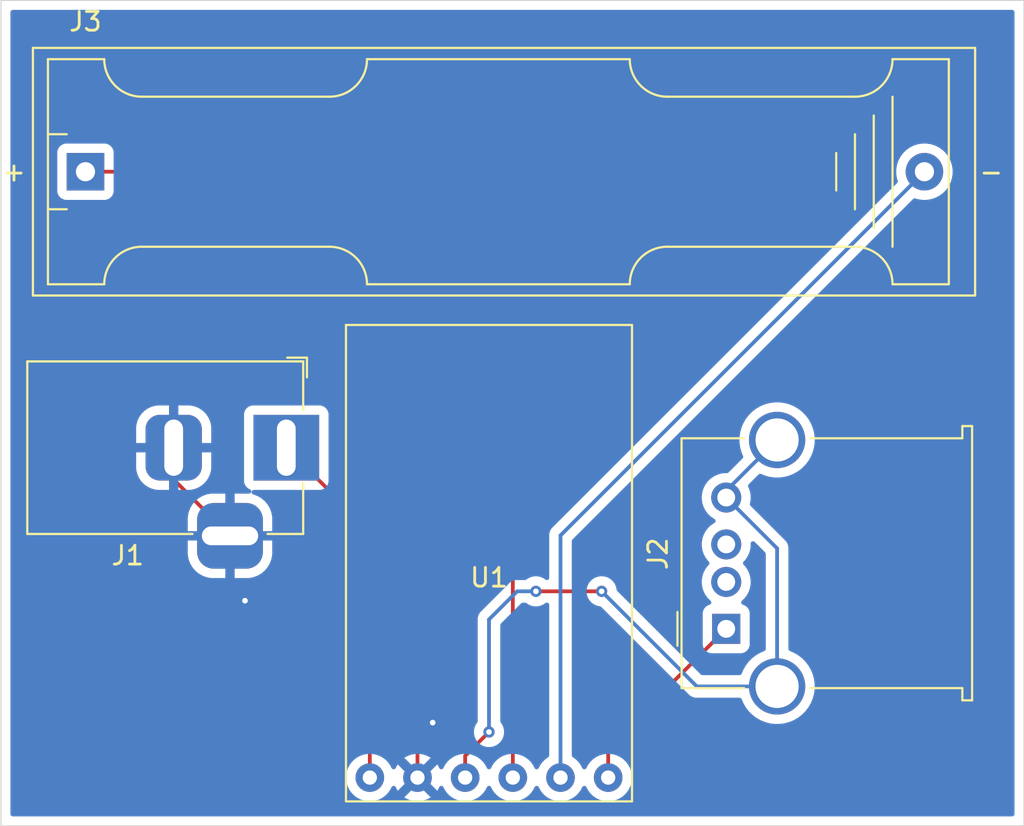
<source format=kicad_pcb>
(kicad_pcb (version 20241229) (generator "pcbnew") (generator_version "9.0")
  (layers (0 "F.Cu" signal) (2 "B.Cu" signal) (13 "F.Paste" user) (15 "B.Paste" user) (5 "F.SilkS" user "F.Silkscreen") (7 "B.SilkS" user "B.Silkscreen") (1 "F.Mask" user) (3 "B.Mask" user) (25 "Edge.Cuts" user))
  (net 0 "")
  (net 1 "GND")
  (net 2 "VDC")
  (net 3 "Net-(J2-GND)")
  (net 6 "Net-(J2-VBUS)")
  (net 7 "Net-(J3-Pin_2)")
  (net 8 "Net-(J3-Pin_1)")
  (footprint "MH-CD42 Taller:MH-CD42" (layer "F.Cu") (at 145 68)
    (property "Reference" "U1")
    (property "Value" "mh-cd42")
  )
  (footprint "Connector_BarrelJack:BarrelJack_Horizontal" (layer "F.Cu") (at 134.2 61.8425)
    (property "Reference" "J1")
    (property "Value" "Barrel_Jack_Switch")
  )
  (footprint "Connector_USB:USB_A_Molex_67643_Horizontal" (layer "F.Cu") (at 157.64 71.5 90)
    (property "Reference" "J2")
    (property "Value" "USB_A")
  )
  (footprint "Symbol:Symbol_Danger_8x8mm_Copper" (layer "F.Cu") (at 127.5 75)
    (property "Reference" "REF**" (hide yes))
    (property "Value" "Symbol_Danger_8x8mm_Copper" (hide yes))
  )
  (footprint "Battery:BatteryHolder_Keystone_2466_1xAAA" (layer "F.Cu") (at 123.5 47.13)
    (property "Reference" "J3")
    (property "Value" "Conn_01x02")
  )
  (gr_rect (start 119 38) (end 173.5 82) (stroke (width 0.05)) (fill no) (layer "Edge.Cuts"))
  (segment (start 128.2 61.8425) (end 128.2 63.5425) (width 0.2) (layer "F.Cu") (net 1))
  (segment (start 131.2 66.5425) (end 131.2 69.2) (width 0.2) (layer "F.Cu") (net 1))
  (segment (start 141.19 77.31) (end 142 76.5) (width 0.2) (layer "F.Cu") (net 1))
  (segment (start 141.19 79.43) (end 141.19 77.31) (width 0.2) (layer "F.Cu") (net 1))
  (segment (start 128.2 63.5425) (end 131.2 66.5425) (width 0.2) (layer "F.Cu") (net 1))
  (segment (start 131.2 69.2) (end 132 70) (width 0.2) (layer "F.Cu") (net 1))
  (via (at 132 70) (size 0.6) (drill 0.3) (layers "F.Cu" "B.Cu") (net 1))
  (via (at 142 76.5) (size 0.6) (drill 0.3) (layers "F.Cu" "B.Cu") (net 1))
  (segment (start 131.2 64.8425) (end 131.2 66.5425) (width 0.2) (layer "B.Cu") (net 1))
  (segment (start 132 70) (end 133 70) (width 0.2) (layer "B.Cu") (net 1))
  (segment (start 138.65 79.43) (end 138.65 66.2925) (width 0.2) (layer "F.Cu") (net 2))
  (segment (start 138.65 66.2925) (end 134.2 61.8425) (width 0.2) (layer "F.Cu") (net 2))
  (segment (start 147.5 69.5) (end 151 69.5) (width 0.2) (layer "F.Cu") (net 3))
  (segment (start 143.73 79.43) (end 143.73 78.27) (width 0.2) (layer "F.Cu") (net 3))
  (segment (start 143.73 78.27) (end 145 77) (width 0.2) (layer "F.Cu") (net 3))
  (via (at 147.5 69.5) (size 0.6) (drill 0.3) (layers "F.Cu" "B.Cu") (net 3))
  (via (at 151 69.5) (size 0.6) (drill 0.3) (layers "F.Cu" "B.Cu") (net 3))
  (via (at 145 77) (size 0.6) (drill 0.3) (layers "F.Cu" "B.Cu") (net 3))
  (segment (start 156.07 74.57) (end 160.35 74.57) (width 0.2) (layer "B.Cu") (net 3))
  (segment (start 151 69.5) (end 156.07 74.57) (width 0.2) (layer "B.Cu") (net 3))
  (segment (start 160.35 61.79) (end 160.35 61.43) (width 0.2) (layer "B.Cu") (net 3))
  (segment (start 145 77) (end 145 71) (width 0.2) (layer "B.Cu") (net 3))
  (segment (start 157.64 64.5) (end 160.35 67.21) (width 0.2) (layer "B.Cu") (net 3))
  (segment (start 160.43 74.57) (end 161 74) (width 0.2) (layer "B.Cu") (net 3))
  (segment (start 160.35 61.43) (end 157.64 64.14) (width 0.2) (layer "B.Cu") (net 3))
  (segment (start 157.64 64.14) (end 157.64 64.5) (width 0.2) (layer "B.Cu") (net 3))
  (segment (start 146.5 69.5) (end 147.5 69.5) (width 0.2) (layer "B.Cu") (net 3))
  (segment (start 145 71) (end 146.5 69.5) (width 0.2) (layer "B.Cu") (net 3))
  (segment (start 160.35 74.57) (end 160.43 74.57) (width 0.2) (layer "B.Cu") (net 3))
  (segment (start 160.35 67.21) (end 160.35 74.57) (width 0.2) (layer "B.Cu") (net 3))
  (segment (start 151.35 79.43) (end 151.35 77.79) (width 0.2) (layer "F.Cu") (net 6))
  (segment (start 151.35 77.79) (end 157.64 71.5) (width 0.2) (layer "F.Cu") (net 6))
  (segment (start 148.81 79.43) (end 148.81 66.52) (width 0.2) (layer "B.Cu") (net 7))
  (segment (start 148.81 66.52) (end 168.2 47.13) (width 0.2) (layer "B.Cu") (net 7))
  (segment (start 133.13 47.13) (end 123.5 47.13) (width 0.2) (layer "F.Cu") (net 8))
  (segment (start 146.27 65.77) (end 133.5 53) (width 0.2) (layer "F.Cu") (net 8))
  (segment (start 133.5 47.5) (end 133.13 47.13) (width 0.2) (layer "F.Cu") (net 8))
  (segment (start 146.27 79.43) (end 146.27 65.77) (width 0.2) (layer "F.Cu") (net 8))
  (segment (start 133.5 53) (end 133.5 47.5) (width 0.2) (layer "F.Cu") (net 8))
  (zone (net 1) (net_name "GND") (layer "B.Cu") (connect_pads (clearance 0.5)) (min_thickness 0.25) (fill yes (thermal_gap 0.5) (thermal_bridge_width 0.5))
    (polygon (pts (xy 173 81.5) (xy 119.5 81.5) (xy 119.5 38.5) (xy 173 38.5)))
  )
)
</source>
